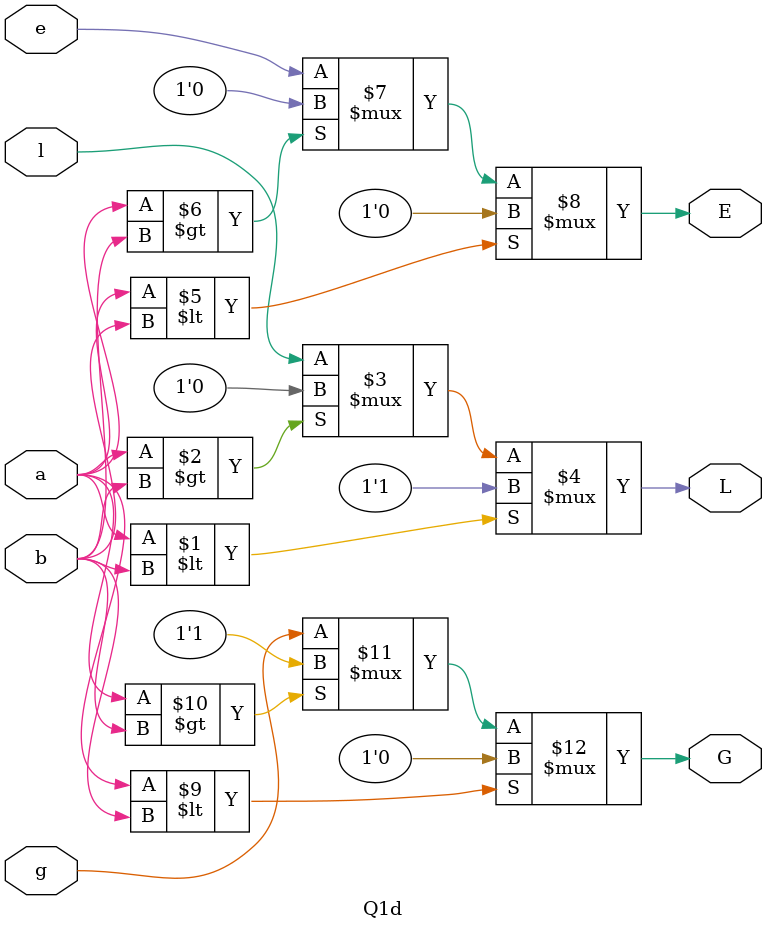
<source format=sv>
module Q1d(input a, b, l, e, g, output L, E, G);
    assign#15 L = (a<b)? 1'b1:
                (a>b)? 1'b0:l;
    assign#20 E = (a<b)? 1'b0:
                (a>b)? 1'b0:e;
    assign#15 G = (a<b)? 1'b0:
                (a>b)? 1'b1:g;
    
endmodule
    
</source>
